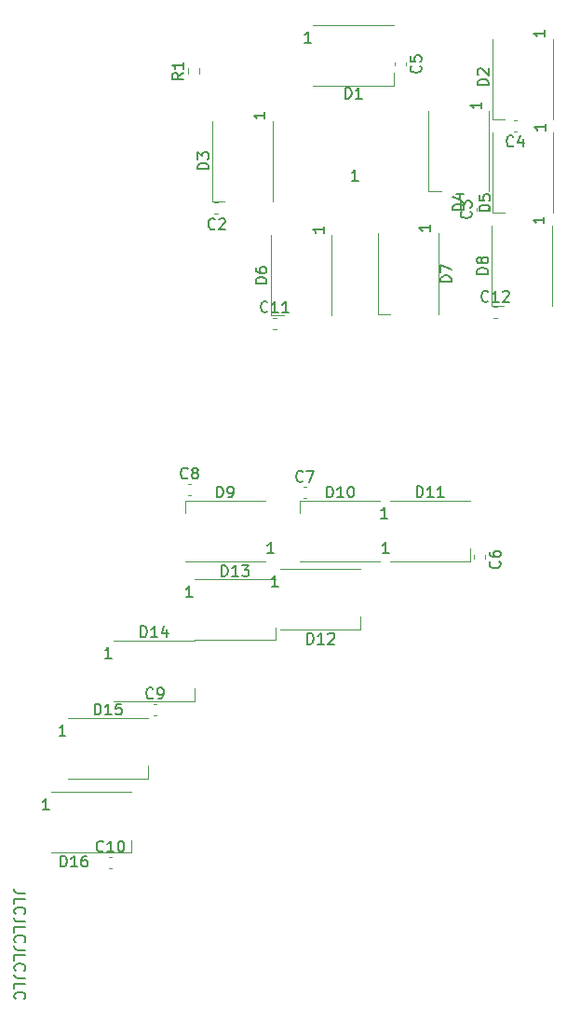
<source format=gbr>
%TF.GenerationSoftware,KiCad,Pcbnew,(5.1.10)-1*%
%TF.CreationDate,2021-11-16T16:25:11+11:00*%
%TF.ProjectId,OBOGS Panel PCB V2,4f424f47-5320-4506-916e-656c20504342,rev?*%
%TF.SameCoordinates,Original*%
%TF.FileFunction,Legend,Top*%
%TF.FilePolarity,Positive*%
%FSLAX46Y46*%
G04 Gerber Fmt 4.6, Leading zero omitted, Abs format (unit mm)*
G04 Created by KiCad (PCBNEW (5.1.10)-1) date 2021-11-16 16:25:11*
%MOMM*%
%LPD*%
G01*
G04 APERTURE LIST*
%ADD10C,0.150000*%
%ADD11C,0.120000*%
G04 APERTURE END LIST*
D10*
X160313619Y-120983952D02*
X159599333Y-120983952D01*
X159456476Y-120936333D01*
X159361238Y-120841095D01*
X159313619Y-120698238D01*
X159313619Y-120603000D01*
X159313619Y-121936333D02*
X159313619Y-121460142D01*
X160313619Y-121460142D01*
X159408857Y-122841095D02*
X159361238Y-122793476D01*
X159313619Y-122650619D01*
X159313619Y-122555380D01*
X159361238Y-122412523D01*
X159456476Y-122317285D01*
X159551714Y-122269666D01*
X159742190Y-122222047D01*
X159885047Y-122222047D01*
X160075523Y-122269666D01*
X160170761Y-122317285D01*
X160266000Y-122412523D01*
X160313619Y-122555380D01*
X160313619Y-122650619D01*
X160266000Y-122793476D01*
X160218380Y-122841095D01*
X160313619Y-123555380D02*
X159599333Y-123555380D01*
X159456476Y-123507761D01*
X159361238Y-123412523D01*
X159313619Y-123269666D01*
X159313619Y-123174428D01*
X159313619Y-124507761D02*
X159313619Y-124031571D01*
X160313619Y-124031571D01*
X159408857Y-125412523D02*
X159361238Y-125364904D01*
X159313619Y-125222047D01*
X159313619Y-125126809D01*
X159361238Y-124983952D01*
X159456476Y-124888714D01*
X159551714Y-124841095D01*
X159742190Y-124793476D01*
X159885047Y-124793476D01*
X160075523Y-124841095D01*
X160170761Y-124888714D01*
X160266000Y-124983952D01*
X160313619Y-125126809D01*
X160313619Y-125222047D01*
X160266000Y-125364904D01*
X160218380Y-125412523D01*
X160313619Y-126126809D02*
X159599333Y-126126809D01*
X159456476Y-126079190D01*
X159361238Y-125983952D01*
X159313619Y-125841095D01*
X159313619Y-125745857D01*
X159313619Y-127079190D02*
X159313619Y-126603000D01*
X160313619Y-126603000D01*
X159408857Y-127983952D02*
X159361238Y-127936333D01*
X159313619Y-127793476D01*
X159313619Y-127698238D01*
X159361238Y-127555380D01*
X159456476Y-127460142D01*
X159551714Y-127412523D01*
X159742190Y-127364904D01*
X159885047Y-127364904D01*
X160075523Y-127412523D01*
X160170761Y-127460142D01*
X160266000Y-127555380D01*
X160313619Y-127698238D01*
X160313619Y-127793476D01*
X160266000Y-127936333D01*
X160218380Y-127983952D01*
X160313619Y-128698238D02*
X159599333Y-128698238D01*
X159456476Y-128650619D01*
X159361238Y-128555380D01*
X159313619Y-128412523D01*
X159313619Y-128317285D01*
X159313619Y-129650619D02*
X159313619Y-129174428D01*
X160313619Y-129174428D01*
X159408857Y-130555380D02*
X159361238Y-130507761D01*
X159313619Y-130364904D01*
X159313619Y-130269666D01*
X159361238Y-130126809D01*
X159456476Y-130031571D01*
X159551714Y-129983952D01*
X159742190Y-129936333D01*
X159885047Y-129936333D01*
X160075523Y-129983952D01*
X160170761Y-130031571D01*
X160266000Y-130126809D01*
X160313619Y-130269666D01*
X160313619Y-130364904D01*
X160266000Y-130507761D01*
X160218380Y-130555380D01*
D11*
%TO.C,C12*%
X202884921Y-67757580D02*
X203210479Y-67757580D01*
X202884921Y-68777580D02*
X203210479Y-68777580D01*
%TO.C,C11*%
X182828881Y-68710080D02*
X183154439Y-68710080D01*
X182828881Y-69730080D02*
X183154439Y-69730080D01*
%TO.C,C4*%
X205001740Y-51825620D02*
X204720580Y-51825620D01*
X205001740Y-50805620D02*
X204720580Y-50805620D01*
%TO.C,C8*%
X175098800Y-83812920D02*
X175379960Y-83812920D01*
X175098800Y-84832920D02*
X175379960Y-84832920D01*
%TO.C,R1*%
X175113420Y-46563818D02*
X175113420Y-46089302D01*
X176158420Y-46563818D02*
X176158420Y-46089302D01*
%TO.C,C10*%
X167902980Y-117678740D02*
X168184140Y-117678740D01*
X167902980Y-118698740D02*
X168184140Y-118698740D01*
%TO.C,C9*%
X171949200Y-103782400D02*
X172230360Y-103782400D01*
X171949200Y-104802400D02*
X172230360Y-104802400D01*
%TO.C,C7*%
X185579140Y-84097400D02*
X185860300Y-84097400D01*
X185579140Y-85117400D02*
X185860300Y-85117400D01*
%TO.C,C6*%
X201092340Y-90567420D02*
X201092340Y-90286260D01*
X202112340Y-90567420D02*
X202112340Y-90286260D01*
%TO.C,C5*%
X194957160Y-45554320D02*
X194957160Y-45835480D01*
X193937160Y-45554320D02*
X193937160Y-45835480D01*
%TO.C,C3*%
X201371740Y-59050500D02*
X201371740Y-58769340D01*
X202391740Y-59050500D02*
X202391740Y-58769340D01*
%TO.C,C2*%
X177519720Y-58237660D02*
X177800880Y-58237660D01*
X177519720Y-59257660D02*
X177800880Y-59257660D01*
%TO.C,D16*%
X162681000Y-111778000D02*
X169981000Y-111778000D01*
X162681000Y-117278000D02*
X169981000Y-117278000D01*
X169981000Y-117278000D02*
X169981000Y-116128000D01*
%TO.C,D15*%
X164182000Y-105073000D02*
X171482000Y-105073000D01*
X164182000Y-110573000D02*
X171482000Y-110573000D01*
X171482000Y-110573000D02*
X171482000Y-109423000D01*
%TO.C,D14*%
X168370000Y-98012000D02*
X175670000Y-98012000D01*
X168370000Y-103512000D02*
X175670000Y-103512000D01*
X175670000Y-103512000D02*
X175670000Y-102362000D01*
%TO.C,D13*%
X175736000Y-92474400D02*
X183036000Y-92474400D01*
X175736000Y-97974400D02*
X183036000Y-97974400D01*
X183036000Y-97974400D02*
X183036000Y-96824400D01*
%TO.C,D12*%
X183509000Y-91509200D02*
X190809000Y-91509200D01*
X183509000Y-97009200D02*
X190809000Y-97009200D01*
X190809000Y-97009200D02*
X190809000Y-95859200D01*
%TO.C,D11*%
X193466000Y-85311600D02*
X200766000Y-85311600D01*
X193466000Y-90811600D02*
X200766000Y-90811600D01*
X200766000Y-90811600D02*
X200766000Y-89661600D01*
%TO.C,D10*%
X192587000Y-90811600D02*
X185287000Y-90811600D01*
X192587000Y-85311600D02*
X185287000Y-85311600D01*
X185287000Y-85311600D02*
X185287000Y-86461600D01*
%TO.C,D9*%
X182122000Y-90811600D02*
X174822000Y-90811600D01*
X182122000Y-85311600D02*
X174822000Y-85311600D01*
X174822000Y-85311600D02*
X174822000Y-86461600D01*
%TO.C,D8*%
X208185000Y-60358000D02*
X208185000Y-67658000D01*
X202685000Y-60358000D02*
X202685000Y-67658000D01*
X202685000Y-67658000D02*
X203835000Y-67658000D01*
%TO.C,D7*%
X197848000Y-61080800D02*
X197848000Y-68380800D01*
X192348000Y-61080800D02*
X192348000Y-68380800D01*
X192348000Y-68380800D02*
X193498000Y-68380800D01*
%TO.C,D6*%
X188145000Y-61233200D02*
X188145000Y-68533200D01*
X182645000Y-61233200D02*
X182645000Y-68533200D01*
X182645000Y-68533200D02*
X183795000Y-68533200D01*
%TO.C,D5*%
X208287000Y-51925200D02*
X208287000Y-59225200D01*
X202787000Y-51925200D02*
X202787000Y-59225200D01*
X202787000Y-59225200D02*
X203937000Y-59225200D01*
%TO.C,D4*%
X202496000Y-49944000D02*
X202496000Y-57244000D01*
X196996000Y-49944000D02*
X196996000Y-57244000D01*
X196996000Y-57244000D02*
X198146000Y-57244000D01*
%TO.C,D3*%
X182785000Y-50858400D02*
X182785000Y-58158400D01*
X177285000Y-50858400D02*
X177285000Y-58158400D01*
X177285000Y-58158400D02*
X178435000Y-58158400D01*
%TO.C,D2*%
X208262000Y-43402400D02*
X208262000Y-50702400D01*
X202762000Y-43402400D02*
X202762000Y-50702400D01*
X202762000Y-50702400D02*
X203912000Y-50702400D01*
%TO.C,D1*%
X186494000Y-42157200D02*
X193794000Y-42157200D01*
X186494000Y-47657200D02*
X193794000Y-47657200D01*
X193794000Y-47657200D02*
X193794000Y-46507200D01*
%TO.C,C12*%
D10*
X202404842Y-67194722D02*
X202357223Y-67242341D01*
X202214366Y-67289960D01*
X202119128Y-67289960D01*
X201976271Y-67242341D01*
X201881033Y-67147103D01*
X201833414Y-67051865D01*
X201785795Y-66861389D01*
X201785795Y-66718532D01*
X201833414Y-66528056D01*
X201881033Y-66432818D01*
X201976271Y-66337580D01*
X202119128Y-66289960D01*
X202214366Y-66289960D01*
X202357223Y-66337580D01*
X202404842Y-66385199D01*
X203357223Y-67289960D02*
X202785795Y-67289960D01*
X203071509Y-67289960D02*
X203071509Y-66289960D01*
X202976271Y-66432818D01*
X202881033Y-66528056D01*
X202785795Y-66575675D01*
X203738176Y-66385199D02*
X203785795Y-66337580D01*
X203881033Y-66289960D01*
X204119128Y-66289960D01*
X204214366Y-66337580D01*
X204261985Y-66385199D01*
X204309604Y-66480437D01*
X204309604Y-66575675D01*
X204261985Y-66718532D01*
X203690557Y-67289960D01*
X204309604Y-67289960D01*
%TO.C,C11*%
X182348802Y-68147222D02*
X182301183Y-68194841D01*
X182158326Y-68242460D01*
X182063088Y-68242460D01*
X181920231Y-68194841D01*
X181824993Y-68099603D01*
X181777374Y-68004365D01*
X181729755Y-67813889D01*
X181729755Y-67671032D01*
X181777374Y-67480556D01*
X181824993Y-67385318D01*
X181920231Y-67290080D01*
X182063088Y-67242460D01*
X182158326Y-67242460D01*
X182301183Y-67290080D01*
X182348802Y-67337699D01*
X183301183Y-68242460D02*
X182729755Y-68242460D01*
X183015469Y-68242460D02*
X183015469Y-67242460D01*
X182920231Y-67385318D01*
X182824993Y-67480556D01*
X182729755Y-67528175D01*
X184253564Y-68242460D02*
X183682136Y-68242460D01*
X183967850Y-68242460D02*
X183967850Y-67242460D01*
X183872612Y-67385318D01*
X183777374Y-67480556D01*
X183682136Y-67528175D01*
%TO.C,1*%
X190564871Y-56264447D02*
X189993442Y-56264447D01*
X190279157Y-56264447D02*
X190279157Y-55264447D01*
X190183918Y-55407305D01*
X190088680Y-55502543D01*
X189993442Y-55550162D01*
%TO.C,C4*%
X204694493Y-53102762D02*
X204646874Y-53150381D01*
X204504017Y-53198000D01*
X204408779Y-53198000D01*
X204265921Y-53150381D01*
X204170683Y-53055143D01*
X204123064Y-52959905D01*
X204075445Y-52769429D01*
X204075445Y-52626572D01*
X204123064Y-52436096D01*
X204170683Y-52340858D01*
X204265921Y-52245620D01*
X204408779Y-52198000D01*
X204504017Y-52198000D01*
X204646874Y-52245620D01*
X204694493Y-52293239D01*
X205551636Y-52531334D02*
X205551636Y-53198000D01*
X205313540Y-52150381D02*
X205075445Y-52864667D01*
X205694493Y-52864667D01*
%TO.C,C8*%
X175072713Y-83250062D02*
X175025094Y-83297681D01*
X174882237Y-83345300D01*
X174786999Y-83345300D01*
X174644141Y-83297681D01*
X174548903Y-83202443D01*
X174501284Y-83107205D01*
X174453665Y-82916729D01*
X174453665Y-82773872D01*
X174501284Y-82583396D01*
X174548903Y-82488158D01*
X174644141Y-82392920D01*
X174786999Y-82345300D01*
X174882237Y-82345300D01*
X175025094Y-82392920D01*
X175072713Y-82440539D01*
X175644141Y-82773872D02*
X175548903Y-82726253D01*
X175501284Y-82678634D01*
X175453665Y-82583396D01*
X175453665Y-82535777D01*
X175501284Y-82440539D01*
X175548903Y-82392920D01*
X175644141Y-82345300D01*
X175834618Y-82345300D01*
X175929856Y-82392920D01*
X175977475Y-82440539D01*
X176025094Y-82535777D01*
X176025094Y-82583396D01*
X175977475Y-82678634D01*
X175929856Y-82726253D01*
X175834618Y-82773872D01*
X175644141Y-82773872D01*
X175548903Y-82821491D01*
X175501284Y-82869110D01*
X175453665Y-82964348D01*
X175453665Y-83154824D01*
X175501284Y-83250062D01*
X175548903Y-83297681D01*
X175644141Y-83345300D01*
X175834618Y-83345300D01*
X175929856Y-83297681D01*
X175977475Y-83250062D01*
X176025094Y-83154824D01*
X176025094Y-82964348D01*
X175977475Y-82869110D01*
X175929856Y-82821491D01*
X175834618Y-82773872D01*
%TO.C,R1*%
X174658300Y-46493226D02*
X174182110Y-46826560D01*
X174658300Y-47064655D02*
X173658300Y-47064655D01*
X173658300Y-46683702D01*
X173705920Y-46588464D01*
X173753539Y-46540845D01*
X173848777Y-46493226D01*
X173991634Y-46493226D01*
X174086872Y-46540845D01*
X174134491Y-46588464D01*
X174182110Y-46683702D01*
X174182110Y-47064655D01*
X174658300Y-45540845D02*
X174658300Y-46112274D01*
X174658300Y-45826560D02*
X173658300Y-45826560D01*
X173801158Y-45921798D01*
X173896396Y-46017036D01*
X173944015Y-46112274D01*
%TO.C,C10*%
X167400702Y-117115882D02*
X167353083Y-117163501D01*
X167210226Y-117211120D01*
X167114988Y-117211120D01*
X166972131Y-117163501D01*
X166876893Y-117068263D01*
X166829274Y-116973025D01*
X166781655Y-116782549D01*
X166781655Y-116639692D01*
X166829274Y-116449216D01*
X166876893Y-116353978D01*
X166972131Y-116258740D01*
X167114988Y-116211120D01*
X167210226Y-116211120D01*
X167353083Y-116258740D01*
X167400702Y-116306359D01*
X168353083Y-117211120D02*
X167781655Y-117211120D01*
X168067369Y-117211120D02*
X168067369Y-116211120D01*
X167972131Y-116353978D01*
X167876893Y-116449216D01*
X167781655Y-116496835D01*
X168972131Y-116211120D02*
X169067369Y-116211120D01*
X169162607Y-116258740D01*
X169210226Y-116306359D01*
X169257845Y-116401597D01*
X169305464Y-116592073D01*
X169305464Y-116830168D01*
X169257845Y-117020644D01*
X169210226Y-117115882D01*
X169162607Y-117163501D01*
X169067369Y-117211120D01*
X168972131Y-117211120D01*
X168876893Y-117163501D01*
X168829274Y-117115882D01*
X168781655Y-117020644D01*
X168734036Y-116830168D01*
X168734036Y-116592073D01*
X168781655Y-116401597D01*
X168829274Y-116306359D01*
X168876893Y-116258740D01*
X168972131Y-116211120D01*
%TO.C,C9*%
X171923113Y-103219542D02*
X171875494Y-103267161D01*
X171732637Y-103314780D01*
X171637399Y-103314780D01*
X171494541Y-103267161D01*
X171399303Y-103171923D01*
X171351684Y-103076685D01*
X171304065Y-102886209D01*
X171304065Y-102743352D01*
X171351684Y-102552876D01*
X171399303Y-102457638D01*
X171494541Y-102362400D01*
X171637399Y-102314780D01*
X171732637Y-102314780D01*
X171875494Y-102362400D01*
X171923113Y-102410019D01*
X172399303Y-103314780D02*
X172589780Y-103314780D01*
X172685018Y-103267161D01*
X172732637Y-103219542D01*
X172827875Y-103076685D01*
X172875494Y-102886209D01*
X172875494Y-102505257D01*
X172827875Y-102410019D01*
X172780256Y-102362400D01*
X172685018Y-102314780D01*
X172494541Y-102314780D01*
X172399303Y-102362400D01*
X172351684Y-102410019D01*
X172304065Y-102505257D01*
X172304065Y-102743352D01*
X172351684Y-102838590D01*
X172399303Y-102886209D01*
X172494541Y-102933828D01*
X172685018Y-102933828D01*
X172780256Y-102886209D01*
X172827875Y-102838590D01*
X172875494Y-102743352D01*
%TO.C,C7*%
X185553053Y-83534542D02*
X185505434Y-83582161D01*
X185362577Y-83629780D01*
X185267339Y-83629780D01*
X185124481Y-83582161D01*
X185029243Y-83486923D01*
X184981624Y-83391685D01*
X184934005Y-83201209D01*
X184934005Y-83058352D01*
X184981624Y-82867876D01*
X185029243Y-82772638D01*
X185124481Y-82677400D01*
X185267339Y-82629780D01*
X185362577Y-82629780D01*
X185505434Y-82677400D01*
X185553053Y-82725019D01*
X185886386Y-82629780D02*
X186553053Y-82629780D01*
X186124481Y-83629780D01*
%TO.C,C6*%
X203430142Y-90844666D02*
X203477761Y-90892285D01*
X203525380Y-91035142D01*
X203525380Y-91130380D01*
X203477761Y-91273238D01*
X203382523Y-91368476D01*
X203287285Y-91416095D01*
X203096809Y-91463714D01*
X202953952Y-91463714D01*
X202763476Y-91416095D01*
X202668238Y-91368476D01*
X202573000Y-91273238D01*
X202525380Y-91130380D01*
X202525380Y-91035142D01*
X202573000Y-90892285D01*
X202620619Y-90844666D01*
X202525380Y-89987523D02*
X202525380Y-90178000D01*
X202573000Y-90273238D01*
X202620619Y-90320857D01*
X202763476Y-90416095D01*
X202953952Y-90463714D01*
X203334904Y-90463714D01*
X203430142Y-90416095D01*
X203477761Y-90368476D01*
X203525380Y-90273238D01*
X203525380Y-90082761D01*
X203477761Y-89987523D01*
X203430142Y-89939904D01*
X203334904Y-89892285D01*
X203096809Y-89892285D01*
X203001571Y-89939904D01*
X202953952Y-89987523D01*
X202906333Y-90082761D01*
X202906333Y-90273238D01*
X202953952Y-90368476D01*
X203001571Y-90416095D01*
X203096809Y-90463714D01*
%TO.C,C5*%
X196234302Y-45861566D02*
X196281921Y-45909185D01*
X196329540Y-46052042D01*
X196329540Y-46147280D01*
X196281921Y-46290138D01*
X196186683Y-46385376D01*
X196091445Y-46432995D01*
X195900969Y-46480614D01*
X195758112Y-46480614D01*
X195567636Y-46432995D01*
X195472398Y-46385376D01*
X195377160Y-46290138D01*
X195329540Y-46147280D01*
X195329540Y-46052042D01*
X195377160Y-45909185D01*
X195424779Y-45861566D01*
X195329540Y-44956804D02*
X195329540Y-45432995D01*
X195805731Y-45480614D01*
X195758112Y-45432995D01*
X195710493Y-45337757D01*
X195710493Y-45099661D01*
X195758112Y-45004423D01*
X195805731Y-44956804D01*
X195900969Y-44909185D01*
X196139064Y-44909185D01*
X196234302Y-44956804D01*
X196281921Y-45004423D01*
X196329540Y-45099661D01*
X196329540Y-45337757D01*
X196281921Y-45432995D01*
X196234302Y-45480614D01*
%TO.C,C3*%
X200808882Y-59076586D02*
X200856501Y-59124205D01*
X200904120Y-59267062D01*
X200904120Y-59362300D01*
X200856501Y-59505158D01*
X200761263Y-59600396D01*
X200666025Y-59648015D01*
X200475549Y-59695634D01*
X200332692Y-59695634D01*
X200142216Y-59648015D01*
X200046978Y-59600396D01*
X199951740Y-59505158D01*
X199904120Y-59362300D01*
X199904120Y-59267062D01*
X199951740Y-59124205D01*
X199999359Y-59076586D01*
X199904120Y-58743253D02*
X199904120Y-58124205D01*
X200285073Y-58457539D01*
X200285073Y-58314681D01*
X200332692Y-58219443D01*
X200380311Y-58171824D01*
X200475549Y-58124205D01*
X200713644Y-58124205D01*
X200808882Y-58171824D01*
X200856501Y-58219443D01*
X200904120Y-58314681D01*
X200904120Y-58600396D01*
X200856501Y-58695634D01*
X200808882Y-58743253D01*
%TO.C,C2*%
X177552353Y-60626262D02*
X177504734Y-60673881D01*
X177361877Y-60721500D01*
X177266639Y-60721500D01*
X177123781Y-60673881D01*
X177028543Y-60578643D01*
X176980924Y-60483405D01*
X176933305Y-60292929D01*
X176933305Y-60150072D01*
X176980924Y-59959596D01*
X177028543Y-59864358D01*
X177123781Y-59769120D01*
X177266639Y-59721500D01*
X177361877Y-59721500D01*
X177504734Y-59769120D01*
X177552353Y-59816739D01*
X177933305Y-59816739D02*
X177980924Y-59769120D01*
X178076162Y-59721500D01*
X178314258Y-59721500D01*
X178409496Y-59769120D01*
X178457115Y-59816739D01*
X178504734Y-59911977D01*
X178504734Y-60007215D01*
X178457115Y-60150072D01*
X177885686Y-60721500D01*
X178504734Y-60721500D01*
%TO.C,D16*%
X163504714Y-118562380D02*
X163504714Y-117562380D01*
X163742809Y-117562380D01*
X163885666Y-117610000D01*
X163980904Y-117705238D01*
X164028523Y-117800476D01*
X164076142Y-117990952D01*
X164076142Y-118133809D01*
X164028523Y-118324285D01*
X163980904Y-118419523D01*
X163885666Y-118514761D01*
X163742809Y-118562380D01*
X163504714Y-118562380D01*
X165028523Y-118562380D02*
X164457095Y-118562380D01*
X164742809Y-118562380D02*
X164742809Y-117562380D01*
X164647571Y-117705238D01*
X164552333Y-117800476D01*
X164457095Y-117848095D01*
X165885666Y-117562380D02*
X165695190Y-117562380D01*
X165599952Y-117610000D01*
X165552333Y-117657619D01*
X165457095Y-117800476D01*
X165409476Y-117990952D01*
X165409476Y-118371904D01*
X165457095Y-118467142D01*
X165504714Y-118514761D01*
X165599952Y-118562380D01*
X165790428Y-118562380D01*
X165885666Y-118514761D01*
X165933285Y-118467142D01*
X165980904Y-118371904D01*
X165980904Y-118133809D01*
X165933285Y-118038571D01*
X165885666Y-117990952D01*
X165790428Y-117943333D01*
X165599952Y-117943333D01*
X165504714Y-117990952D01*
X165457095Y-118038571D01*
X165409476Y-118133809D01*
X162466714Y-113380380D02*
X161895285Y-113380380D01*
X162181000Y-113380380D02*
X162181000Y-112380380D01*
X162085761Y-112523238D01*
X161990523Y-112618476D01*
X161895285Y-112666095D01*
%TO.C,D15*%
X166617714Y-104775380D02*
X166617714Y-103775380D01*
X166855809Y-103775380D01*
X166998666Y-103823000D01*
X167093904Y-103918238D01*
X167141523Y-104013476D01*
X167189142Y-104203952D01*
X167189142Y-104346809D01*
X167141523Y-104537285D01*
X167093904Y-104632523D01*
X166998666Y-104727761D01*
X166855809Y-104775380D01*
X166617714Y-104775380D01*
X168141523Y-104775380D02*
X167570095Y-104775380D01*
X167855809Y-104775380D02*
X167855809Y-103775380D01*
X167760571Y-103918238D01*
X167665333Y-104013476D01*
X167570095Y-104061095D01*
X169046285Y-103775380D02*
X168570095Y-103775380D01*
X168522476Y-104251571D01*
X168570095Y-104203952D01*
X168665333Y-104156333D01*
X168903428Y-104156333D01*
X168998666Y-104203952D01*
X169046285Y-104251571D01*
X169093904Y-104346809D01*
X169093904Y-104584904D01*
X169046285Y-104680142D01*
X168998666Y-104727761D01*
X168903428Y-104775380D01*
X168665333Y-104775380D01*
X168570095Y-104727761D01*
X168522476Y-104680142D01*
X163967714Y-106675380D02*
X163396285Y-106675380D01*
X163682000Y-106675380D02*
X163682000Y-105675380D01*
X163586761Y-105818238D01*
X163491523Y-105913476D01*
X163396285Y-105961095D01*
%TO.C,D14*%
X170805714Y-97714380D02*
X170805714Y-96714380D01*
X171043809Y-96714380D01*
X171186666Y-96762000D01*
X171281904Y-96857238D01*
X171329523Y-96952476D01*
X171377142Y-97142952D01*
X171377142Y-97285809D01*
X171329523Y-97476285D01*
X171281904Y-97571523D01*
X171186666Y-97666761D01*
X171043809Y-97714380D01*
X170805714Y-97714380D01*
X172329523Y-97714380D02*
X171758095Y-97714380D01*
X172043809Y-97714380D02*
X172043809Y-96714380D01*
X171948571Y-96857238D01*
X171853333Y-96952476D01*
X171758095Y-97000095D01*
X173186666Y-97047714D02*
X173186666Y-97714380D01*
X172948571Y-96666761D02*
X172710476Y-97381047D01*
X173329523Y-97381047D01*
X168155714Y-99614380D02*
X167584285Y-99614380D01*
X167870000Y-99614380D02*
X167870000Y-98614380D01*
X167774761Y-98757238D01*
X167679523Y-98852476D01*
X167584285Y-98900095D01*
%TO.C,D13*%
X178160514Y-92197180D02*
X178160514Y-91197180D01*
X178398609Y-91197180D01*
X178541466Y-91244800D01*
X178636704Y-91340038D01*
X178684323Y-91435276D01*
X178731942Y-91625752D01*
X178731942Y-91768609D01*
X178684323Y-91959085D01*
X178636704Y-92054323D01*
X178541466Y-92149561D01*
X178398609Y-92197180D01*
X178160514Y-92197180D01*
X179684323Y-92197180D02*
X179112895Y-92197180D01*
X179398609Y-92197180D02*
X179398609Y-91197180D01*
X179303371Y-91340038D01*
X179208133Y-91435276D01*
X179112895Y-91482895D01*
X180017657Y-91197180D02*
X180636704Y-91197180D01*
X180303371Y-91578133D01*
X180446228Y-91578133D01*
X180541466Y-91625752D01*
X180589085Y-91673371D01*
X180636704Y-91768609D01*
X180636704Y-92006704D01*
X180589085Y-92101942D01*
X180541466Y-92149561D01*
X180446228Y-92197180D01*
X180160514Y-92197180D01*
X180065276Y-92149561D01*
X180017657Y-92101942D01*
X175521714Y-94076780D02*
X174950285Y-94076780D01*
X175236000Y-94076780D02*
X175236000Y-93076780D01*
X175140761Y-93219638D01*
X175045523Y-93314876D01*
X174950285Y-93362495D01*
%TO.C,D12*%
X185944714Y-98343980D02*
X185944714Y-97343980D01*
X186182809Y-97343980D01*
X186325666Y-97391600D01*
X186420904Y-97486838D01*
X186468523Y-97582076D01*
X186516142Y-97772552D01*
X186516142Y-97915409D01*
X186468523Y-98105885D01*
X186420904Y-98201123D01*
X186325666Y-98296361D01*
X186182809Y-98343980D01*
X185944714Y-98343980D01*
X187468523Y-98343980D02*
X186897095Y-98343980D01*
X187182809Y-98343980D02*
X187182809Y-97343980D01*
X187087571Y-97486838D01*
X186992333Y-97582076D01*
X186897095Y-97629695D01*
X187849476Y-97439219D02*
X187897095Y-97391600D01*
X187992333Y-97343980D01*
X188230428Y-97343980D01*
X188325666Y-97391600D01*
X188373285Y-97439219D01*
X188420904Y-97534457D01*
X188420904Y-97629695D01*
X188373285Y-97772552D01*
X187801857Y-98343980D01*
X188420904Y-98343980D01*
X183294714Y-93111580D02*
X182723285Y-93111580D01*
X183009000Y-93111580D02*
X183009000Y-92111580D01*
X182913761Y-92254438D01*
X182818523Y-92349676D01*
X182723285Y-92397295D01*
%TO.C,D11*%
X195901714Y-85013980D02*
X195901714Y-84013980D01*
X196139809Y-84013980D01*
X196282666Y-84061600D01*
X196377904Y-84156838D01*
X196425523Y-84252076D01*
X196473142Y-84442552D01*
X196473142Y-84585409D01*
X196425523Y-84775885D01*
X196377904Y-84871123D01*
X196282666Y-84966361D01*
X196139809Y-85013980D01*
X195901714Y-85013980D01*
X197425523Y-85013980D02*
X196854095Y-85013980D01*
X197139809Y-85013980D02*
X197139809Y-84013980D01*
X197044571Y-84156838D01*
X196949333Y-84252076D01*
X196854095Y-84299695D01*
X198377904Y-85013980D02*
X197806476Y-85013980D01*
X198092190Y-85013980D02*
X198092190Y-84013980D01*
X197996952Y-84156838D01*
X197901714Y-84252076D01*
X197806476Y-84299695D01*
X193251714Y-86913980D02*
X192680285Y-86913980D01*
X192966000Y-86913980D02*
X192966000Y-85913980D01*
X192870761Y-86056838D01*
X192775523Y-86152076D01*
X192680285Y-86199695D01*
%TO.C,D10*%
X187722714Y-85034380D02*
X187722714Y-84034380D01*
X187960809Y-84034380D01*
X188103666Y-84082000D01*
X188198904Y-84177238D01*
X188246523Y-84272476D01*
X188294142Y-84462952D01*
X188294142Y-84605809D01*
X188246523Y-84796285D01*
X188198904Y-84891523D01*
X188103666Y-84986761D01*
X187960809Y-85034380D01*
X187722714Y-85034380D01*
X189246523Y-85034380D02*
X188675095Y-85034380D01*
X188960809Y-85034380D02*
X188960809Y-84034380D01*
X188865571Y-84177238D01*
X188770333Y-84272476D01*
X188675095Y-84320095D01*
X189865571Y-84034380D02*
X189960809Y-84034380D01*
X190056047Y-84082000D01*
X190103666Y-84129619D01*
X190151285Y-84224857D01*
X190198904Y-84415333D01*
X190198904Y-84653428D01*
X190151285Y-84843904D01*
X190103666Y-84939142D01*
X190056047Y-84986761D01*
X189960809Y-85034380D01*
X189865571Y-85034380D01*
X189770333Y-84986761D01*
X189722714Y-84939142D01*
X189675095Y-84843904D01*
X189627476Y-84653428D01*
X189627476Y-84415333D01*
X189675095Y-84224857D01*
X189722714Y-84129619D01*
X189770333Y-84082000D01*
X189865571Y-84034380D01*
X193372714Y-90113980D02*
X192801285Y-90113980D01*
X193087000Y-90113980D02*
X193087000Y-89113980D01*
X192991761Y-89256838D01*
X192896523Y-89352076D01*
X192801285Y-89399695D01*
%TO.C,D9*%
X177722304Y-85034380D02*
X177722304Y-84034380D01*
X177960400Y-84034380D01*
X178103257Y-84082000D01*
X178198495Y-84177238D01*
X178246114Y-84272476D01*
X178293733Y-84462952D01*
X178293733Y-84605809D01*
X178246114Y-84796285D01*
X178198495Y-84891523D01*
X178103257Y-84986761D01*
X177960400Y-85034380D01*
X177722304Y-85034380D01*
X178769923Y-85034380D02*
X178960400Y-85034380D01*
X179055638Y-84986761D01*
X179103257Y-84939142D01*
X179198495Y-84796285D01*
X179246114Y-84605809D01*
X179246114Y-84224857D01*
X179198495Y-84129619D01*
X179150876Y-84082000D01*
X179055638Y-84034380D01*
X178865161Y-84034380D01*
X178769923Y-84082000D01*
X178722304Y-84129619D01*
X178674685Y-84224857D01*
X178674685Y-84462952D01*
X178722304Y-84558190D01*
X178769923Y-84605809D01*
X178865161Y-84653428D01*
X179055638Y-84653428D01*
X179150876Y-84605809D01*
X179198495Y-84558190D01*
X179246114Y-84462952D01*
X182907714Y-90113980D02*
X182336285Y-90113980D01*
X182622000Y-90113980D02*
X182622000Y-89113980D01*
X182526761Y-89256838D01*
X182431523Y-89352076D01*
X182336285Y-89399695D01*
%TO.C,D8*%
X202382380Y-64746095D02*
X201382380Y-64746095D01*
X201382380Y-64508000D01*
X201430000Y-64365142D01*
X201525238Y-64269904D01*
X201620476Y-64222285D01*
X201810952Y-64174666D01*
X201953809Y-64174666D01*
X202144285Y-64222285D01*
X202239523Y-64269904D01*
X202334761Y-64365142D01*
X202382380Y-64508000D01*
X202382380Y-64746095D01*
X201810952Y-63603238D02*
X201763333Y-63698476D01*
X201715714Y-63746095D01*
X201620476Y-63793714D01*
X201572857Y-63793714D01*
X201477619Y-63746095D01*
X201430000Y-63698476D01*
X201382380Y-63603238D01*
X201382380Y-63412761D01*
X201430000Y-63317523D01*
X201477619Y-63269904D01*
X201572857Y-63222285D01*
X201620476Y-63222285D01*
X201715714Y-63269904D01*
X201763333Y-63317523D01*
X201810952Y-63412761D01*
X201810952Y-63603238D01*
X201858571Y-63698476D01*
X201906190Y-63746095D01*
X202001428Y-63793714D01*
X202191904Y-63793714D01*
X202287142Y-63746095D01*
X202334761Y-63698476D01*
X202382380Y-63603238D01*
X202382380Y-63412761D01*
X202334761Y-63317523D01*
X202287142Y-63269904D01*
X202191904Y-63222285D01*
X202001428Y-63222285D01*
X201906190Y-63269904D01*
X201858571Y-63317523D01*
X201810952Y-63412761D01*
X207487380Y-59572285D02*
X207487380Y-60143714D01*
X207487380Y-59858000D02*
X206487380Y-59858000D01*
X206630238Y-59953238D01*
X206725476Y-60048476D01*
X206773095Y-60143714D01*
%TO.C,D7*%
X199050380Y-65468895D02*
X198050380Y-65468895D01*
X198050380Y-65230800D01*
X198098000Y-65087942D01*
X198193238Y-64992704D01*
X198288476Y-64945085D01*
X198478952Y-64897466D01*
X198621809Y-64897466D01*
X198812285Y-64945085D01*
X198907523Y-64992704D01*
X199002761Y-65087942D01*
X199050380Y-65230800D01*
X199050380Y-65468895D01*
X198050380Y-64564133D02*
X198050380Y-63897466D01*
X199050380Y-64326038D01*
X197150380Y-60295085D02*
X197150380Y-60866514D01*
X197150380Y-60580800D02*
X196150380Y-60580800D01*
X196293238Y-60676038D01*
X196388476Y-60771276D01*
X196436095Y-60866514D01*
%TO.C,D6*%
X182265580Y-65621295D02*
X181265580Y-65621295D01*
X181265580Y-65383200D01*
X181313200Y-65240342D01*
X181408438Y-65145104D01*
X181503676Y-65097485D01*
X181694152Y-65049866D01*
X181837009Y-65049866D01*
X182027485Y-65097485D01*
X182122723Y-65145104D01*
X182217961Y-65240342D01*
X182265580Y-65383200D01*
X182265580Y-65621295D01*
X181265580Y-64192723D02*
X181265580Y-64383200D01*
X181313200Y-64478438D01*
X181360819Y-64526057D01*
X181503676Y-64621295D01*
X181694152Y-64668914D01*
X182075104Y-64668914D01*
X182170342Y-64621295D01*
X182217961Y-64573676D01*
X182265580Y-64478438D01*
X182265580Y-64287961D01*
X182217961Y-64192723D01*
X182170342Y-64145104D01*
X182075104Y-64097485D01*
X181837009Y-64097485D01*
X181741771Y-64145104D01*
X181694152Y-64192723D01*
X181646533Y-64287961D01*
X181646533Y-64478438D01*
X181694152Y-64573676D01*
X181741771Y-64621295D01*
X181837009Y-64668914D01*
X187447380Y-60447485D02*
X187447380Y-61018914D01*
X187447380Y-60733200D02*
X186447380Y-60733200D01*
X186590238Y-60828438D01*
X186685476Y-60923676D01*
X186733095Y-61018914D01*
%TO.C,D5*%
X202585580Y-59056495D02*
X201585580Y-59056495D01*
X201585580Y-58818400D01*
X201633200Y-58675542D01*
X201728438Y-58580304D01*
X201823676Y-58532685D01*
X202014152Y-58485066D01*
X202157009Y-58485066D01*
X202347485Y-58532685D01*
X202442723Y-58580304D01*
X202537961Y-58675542D01*
X202585580Y-58818400D01*
X202585580Y-59056495D01*
X201585580Y-57580304D02*
X201585580Y-58056495D01*
X202061771Y-58104114D01*
X202014152Y-58056495D01*
X201966533Y-57961257D01*
X201966533Y-57723161D01*
X202014152Y-57627923D01*
X202061771Y-57580304D01*
X202157009Y-57532685D01*
X202395104Y-57532685D01*
X202490342Y-57580304D01*
X202537961Y-57627923D01*
X202585580Y-57723161D01*
X202585580Y-57961257D01*
X202537961Y-58056495D01*
X202490342Y-58104114D01*
X207589380Y-51139485D02*
X207589380Y-51710914D01*
X207589380Y-51425200D02*
X206589380Y-51425200D01*
X206732238Y-51520438D01*
X206827476Y-51615676D01*
X206875095Y-51710914D01*
%TO.C,D4*%
X200197980Y-58954895D02*
X199197980Y-58954895D01*
X199197980Y-58716800D01*
X199245600Y-58573942D01*
X199340838Y-58478704D01*
X199436076Y-58431085D01*
X199626552Y-58383466D01*
X199769409Y-58383466D01*
X199959885Y-58431085D01*
X200055123Y-58478704D01*
X200150361Y-58573942D01*
X200197980Y-58716800D01*
X200197980Y-58954895D01*
X199531314Y-57526323D02*
X200197980Y-57526323D01*
X199150361Y-57764419D02*
X199864647Y-58002514D01*
X199864647Y-57383466D01*
X201798380Y-49158285D02*
X201798380Y-49729714D01*
X201798380Y-49444000D02*
X200798380Y-49444000D01*
X200941238Y-49539238D01*
X201036476Y-49634476D01*
X201084095Y-49729714D01*
%TO.C,D3*%
X176982380Y-55246495D02*
X175982380Y-55246495D01*
X175982380Y-55008400D01*
X176030000Y-54865542D01*
X176125238Y-54770304D01*
X176220476Y-54722685D01*
X176410952Y-54675066D01*
X176553809Y-54675066D01*
X176744285Y-54722685D01*
X176839523Y-54770304D01*
X176934761Y-54865542D01*
X176982380Y-55008400D01*
X176982380Y-55246495D01*
X175982380Y-54341733D02*
X175982380Y-53722685D01*
X176363333Y-54056019D01*
X176363333Y-53913161D01*
X176410952Y-53817923D01*
X176458571Y-53770304D01*
X176553809Y-53722685D01*
X176791904Y-53722685D01*
X176887142Y-53770304D01*
X176934761Y-53817923D01*
X176982380Y-53913161D01*
X176982380Y-54198876D01*
X176934761Y-54294114D01*
X176887142Y-54341733D01*
X182087380Y-50072685D02*
X182087380Y-50644114D01*
X182087380Y-50358400D02*
X181087380Y-50358400D01*
X181230238Y-50453638D01*
X181325476Y-50548876D01*
X181373095Y-50644114D01*
%TO.C,D2*%
X202433180Y-47626495D02*
X201433180Y-47626495D01*
X201433180Y-47388400D01*
X201480800Y-47245542D01*
X201576038Y-47150304D01*
X201671276Y-47102685D01*
X201861752Y-47055066D01*
X202004609Y-47055066D01*
X202195085Y-47102685D01*
X202290323Y-47150304D01*
X202385561Y-47245542D01*
X202433180Y-47388400D01*
X202433180Y-47626495D01*
X201528419Y-46674114D02*
X201480800Y-46626495D01*
X201433180Y-46531257D01*
X201433180Y-46293161D01*
X201480800Y-46197923D01*
X201528419Y-46150304D01*
X201623657Y-46102685D01*
X201718895Y-46102685D01*
X201861752Y-46150304D01*
X202433180Y-46721733D01*
X202433180Y-46102685D01*
X207564380Y-42616685D02*
X207564380Y-43188114D01*
X207564380Y-42902400D02*
X206564380Y-42902400D01*
X206707238Y-42997638D01*
X206802476Y-43092876D01*
X206850095Y-43188114D01*
%TO.C,D1*%
X189405904Y-48813980D02*
X189405904Y-47813980D01*
X189644000Y-47813980D01*
X189786857Y-47861600D01*
X189882095Y-47956838D01*
X189929714Y-48052076D01*
X189977333Y-48242552D01*
X189977333Y-48385409D01*
X189929714Y-48575885D01*
X189882095Y-48671123D01*
X189786857Y-48766361D01*
X189644000Y-48813980D01*
X189405904Y-48813980D01*
X190929714Y-48813980D02*
X190358285Y-48813980D01*
X190644000Y-48813980D02*
X190644000Y-47813980D01*
X190548761Y-47956838D01*
X190453523Y-48052076D01*
X190358285Y-48099695D01*
X186279714Y-43759580D02*
X185708285Y-43759580D01*
X185994000Y-43759580D02*
X185994000Y-42759580D01*
X185898761Y-42902438D01*
X185803523Y-42997676D01*
X185708285Y-43045295D01*
%TD*%
M02*

</source>
